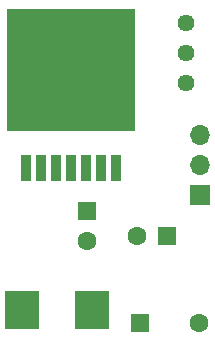
<source format=gbr>
%TF.GenerationSoftware,KiCad,Pcbnew,7.0.1*%
%TF.CreationDate,2023-06-01T20:44:39-07:00*%
%TF.ProjectId,LM2670SX-Carrier-SMD-inductor-ADJ,4c4d3236-3730-4535-982d-436172726965,rev?*%
%TF.SameCoordinates,Original*%
%TF.FileFunction,Soldermask,Top*%
%TF.FilePolarity,Negative*%
%FSLAX46Y46*%
G04 Gerber Fmt 4.6, Leading zero omitted, Abs format (unit mm)*
G04 Created by KiCad (PCBNEW 7.0.1) date 2023-06-01 20:44:39*
%MOMM*%
%LPD*%
G01*
G04 APERTURE LIST*
%ADD10R,1.700000X1.700000*%
%ADD11O,1.700000X1.700000*%
%ADD12R,1.600000X1.600000*%
%ADD13C,1.600000*%
%ADD14R,2.850000X3.300000*%
%ADD15C,1.440000*%
%ADD16R,0.910000X2.160000*%
%ADD17R,10.800000X10.410000*%
G04 APERTURE END LIST*
D10*
%TO.C,J1*%
X188747700Y-101470200D03*
D11*
X188747700Y-98930200D03*
X188747700Y-96390200D03*
%TD*%
D12*
%TO.C,C2*%
X179156213Y-102879759D03*
D13*
X179156213Y-105379759D03*
%TD*%
D12*
%TO.C,C1*%
X185897552Y-105000951D03*
D13*
X183397552Y-105000951D03*
%TD*%
D12*
%TO.C,C5*%
X183607426Y-112364040D03*
D13*
X188607426Y-112364040D03*
%TD*%
D14*
%TO.C,L2*%
X173645134Y-111214546D03*
X179595134Y-111214546D03*
%TD*%
D15*
%TO.C,RV2*%
X187506271Y-86965448D03*
X187506271Y-89505448D03*
X187506271Y-92045448D03*
%TD*%
D16*
%TO.C,IC1*%
X173990000Y-99210000D03*
X175260000Y-99210000D03*
X176530000Y-99210000D03*
X177800000Y-99210000D03*
X179070000Y-99210000D03*
X180340000Y-99210000D03*
X181610000Y-99210000D03*
D17*
X177800000Y-90890000D03*
%TD*%
M02*

</source>
